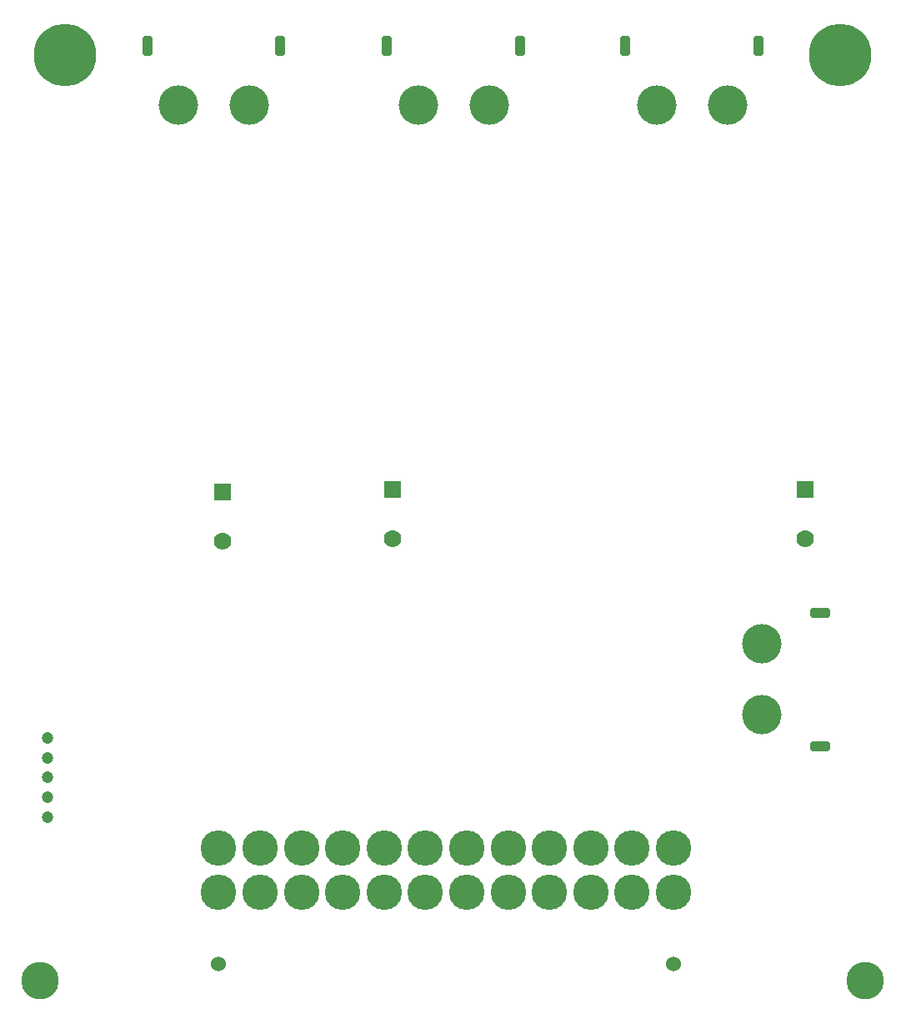
<source format=gbr>
%TF.GenerationSoftware,Altium Limited,Altium Designer,19.0.10 (269)*%
G04 Layer_Color=255*
%FSLAX26Y26*%
%MOIN*%
%TF.FileFunction,Pads,Bot*%
%TF.Part,Single*%
G01*
G75*
%TA.AperFunction,ComponentPad*%
%ADD36C,0.047244*%
%TA.AperFunction,ViaPad*%
%ADD37C,0.150000*%
%ADD38C,0.250000*%
%TA.AperFunction,ComponentPad*%
G04:AMPARAMS|DCode=39|XSize=39.37mil|YSize=78.74mil|CornerRadius=9.842mil|HoleSize=0mil|Usage=FLASHONLY|Rotation=0.000|XOffset=0mil|YOffset=0mil|HoleType=Round|Shape=RoundedRectangle|*
%AMROUNDEDRECTD39*
21,1,0.039370,0.059055,0,0,0.0*
21,1,0.019685,0.078740,0,0,0.0*
1,1,0.019685,0.009843,-0.029528*
1,1,0.019685,-0.009843,-0.029528*
1,1,0.019685,-0.009843,0.029528*
1,1,0.019685,0.009843,0.029528*
%
%ADD39ROUNDEDRECTD39*%
%ADD40C,0.157480*%
%ADD41C,0.070000*%
%ADD42R,0.070000X0.070000*%
G04:AMPARAMS|DCode=43|XSize=39.37mil|YSize=78.74mil|CornerRadius=9.842mil|HoleSize=0mil|Usage=FLASHONLY|Rotation=270.000|XOffset=0mil|YOffset=0mil|HoleType=Round|Shape=RoundedRectangle|*
%AMROUNDEDRECTD43*
21,1,0.039370,0.059055,0,0,270.0*
21,1,0.019685,0.078740,0,0,270.0*
1,1,0.019685,-0.029528,-0.009843*
1,1,0.019685,-0.029528,0.009843*
1,1,0.019685,0.029528,0.009843*
1,1,0.019685,0.029528,-0.009843*
%
%ADD43ROUNDEDRECTD43*%
%ADD44C,0.141732*%
%ADD45C,0.060000*%
D36*
X-1622000Y-1008740D02*
D03*
Y-930000D02*
D03*
Y-1087480D02*
D03*
Y-1166220D02*
D03*
Y-1244961D02*
D03*
D37*
X1650000Y-1900000D02*
D03*
X-1650000D02*
D03*
D38*
X1550000Y1800000D02*
D03*
X-1550000D02*
D03*
D39*
X-690252Y1836220D02*
D03*
X-1221748D02*
D03*
X268248D02*
D03*
X-263248D02*
D03*
X1221748D02*
D03*
X690252D02*
D03*
D40*
X-814268Y1600000D02*
D03*
X-1097732D02*
D03*
X144232D02*
D03*
X-139232D02*
D03*
X1097732D02*
D03*
X814268D02*
D03*
X1233780Y-837480D02*
D03*
Y-554016D02*
D03*
D41*
X-920000Y-141851D02*
D03*
X-240000Y-131851D02*
D03*
X1410000D02*
D03*
D42*
X-920000Y55000D02*
D03*
X-240000Y65000D02*
D03*
X1410000D02*
D03*
D43*
X1470000Y-961496D02*
D03*
Y-430000D02*
D03*
D44*
X882189Y-1545000D02*
D03*
Y-1367835D02*
D03*
X-440646D02*
D03*
Y-1545000D02*
D03*
X-275291Y-1367835D02*
D03*
Y-1545000D02*
D03*
X-109937Y-1367835D02*
D03*
Y-1545000D02*
D03*
X55417Y-1367835D02*
D03*
Y-1545000D02*
D03*
X220772Y-1367835D02*
D03*
Y-1545000D02*
D03*
X386126Y-1367835D02*
D03*
Y-1545000D02*
D03*
X551480Y-1367835D02*
D03*
Y-1545000D02*
D03*
X716835Y-1367835D02*
D03*
Y-1545000D02*
D03*
X-606000Y-1367835D02*
D03*
Y-1545000D02*
D03*
X-771354D02*
D03*
Y-1367835D02*
D03*
X-936709Y-1545000D02*
D03*
Y-1367835D02*
D03*
D45*
Y-1832402D02*
D03*
X882189D02*
D03*
%TF.MD5,97c078d8fccd50a391cca3c7369cf997*%
M02*

</source>
